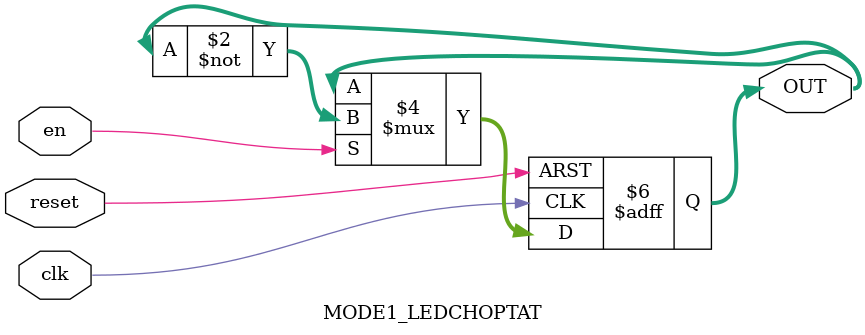
<source format=v>
`timescale 1ns / 1ps
module MODE1_LEDCHOPTAT(clk, reset, en, OUT);
	input clk;
	input reset;
	input en;
	output reg [7:0] OUT;
	always@(posedge clk, posedge reset)
	begin
		if (reset)
			OUT = 8'b0000_0000;
		else
			if (en)
				OUT = ~OUT;
			else
				OUT = OUT;
	end
endmodule

</source>
